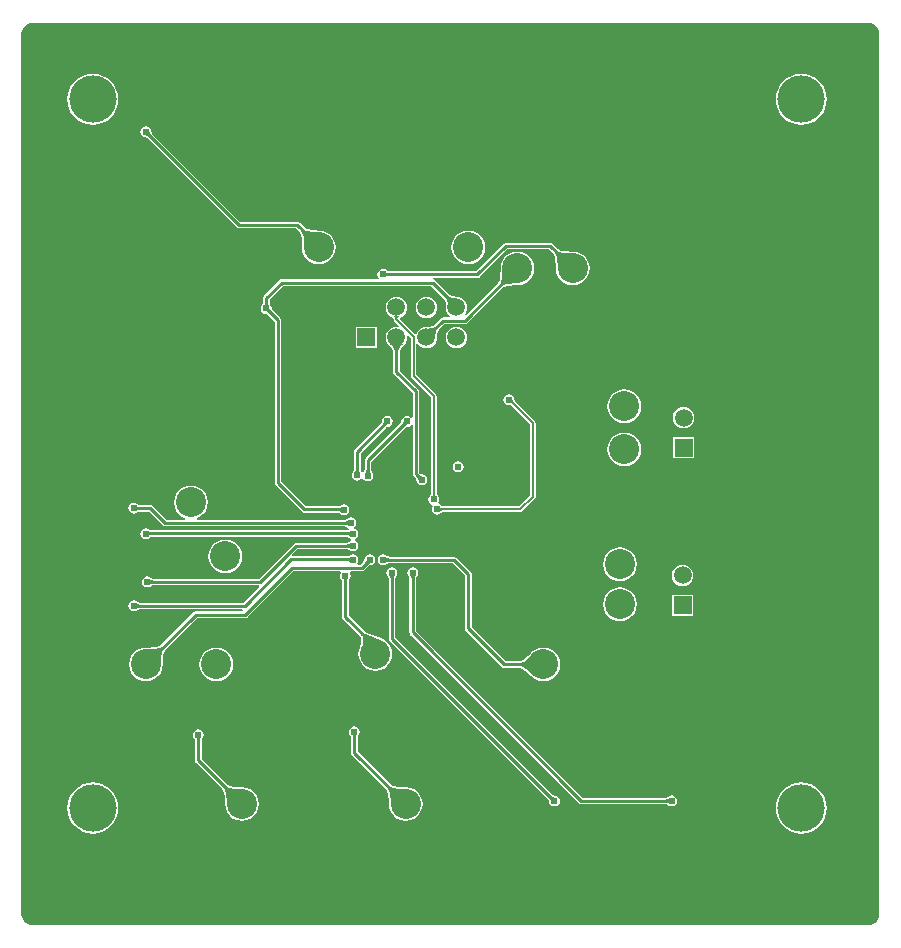
<source format=gbl>
G04*
G04 #@! TF.GenerationSoftware,Altium Limited,Altium Designer,19.1.8 (144)*
G04*
G04 Layer_Physical_Order=2*
G04 Layer_Color=16711680*
%FSLAX25Y25*%
%MOIN*%
G70*
G01*
G75*
%ADD11C,0.01000*%
%ADD64C,0.00600*%
%ADD69C,0.10000*%
%ADD70R,0.05906X0.05906*%
%ADD71C,0.05906*%
%ADD72R,0.05906X0.05906*%
%ADD73C,0.15748*%
%ADD74C,0.02400*%
G36*
X461161Y451328D02*
X461885Y451027D01*
X462537Y450592D01*
X463092Y450037D01*
X463527Y449385D01*
X463828Y448661D01*
X463980Y447892D01*
Y447500D01*
Y154500D01*
Y154108D01*
X463828Y153339D01*
X463527Y152614D01*
X463092Y151963D01*
X462537Y151408D01*
X461885Y150973D01*
X461161Y150672D01*
X460392Y150520D01*
X181608D01*
X180839Y150672D01*
X180114Y150973D01*
X179463Y151408D01*
X178908Y151963D01*
X178473Y152614D01*
X178173Y153339D01*
X178019Y154108D01*
Y154500D01*
Y447500D01*
Y447892D01*
X178173Y448661D01*
X178473Y449385D01*
X178908Y450037D01*
X179463Y450592D01*
X180114Y451027D01*
X180839Y451328D01*
X181608Y451480D01*
X460392D01*
X461161Y451328D01*
D02*
G37*
%LPC*%
G36*
X437996Y434401D02*
X436335Y434237D01*
X434737Y433753D01*
X433265Y432966D01*
X431975Y431907D01*
X430916Y430617D01*
X430129Y429144D01*
X429645Y427547D01*
X429481Y425886D01*
X429645Y424225D01*
X430129Y422627D01*
X430916Y421155D01*
X431975Y419865D01*
X433265Y418806D01*
X434737Y418019D01*
X436335Y417534D01*
X437996Y417371D01*
X439657Y417534D01*
X441255Y418019D01*
X442727Y418806D01*
X444017Y419865D01*
X445076Y421155D01*
X445863Y422627D01*
X446348Y424225D01*
X446511Y425886D01*
X446348Y427547D01*
X445863Y429144D01*
X445076Y430617D01*
X444017Y431907D01*
X442727Y432966D01*
X441255Y433753D01*
X439657Y434237D01*
X437996Y434401D01*
D02*
G37*
G36*
X201776D02*
X200114Y434237D01*
X198517Y433753D01*
X197045Y432966D01*
X195755Y431907D01*
X194696Y430617D01*
X193909Y429144D01*
X193424Y427547D01*
X193261Y425886D01*
X193424Y424225D01*
X193909Y422627D01*
X194696Y421155D01*
X195755Y419865D01*
X197045Y418806D01*
X198517Y418019D01*
X200114Y417534D01*
X201776Y417371D01*
X203437Y417534D01*
X205034Y418019D01*
X206506Y418806D01*
X207797Y419865D01*
X208856Y421155D01*
X209642Y422627D01*
X210127Y424225D01*
X210291Y425886D01*
X210127Y427547D01*
X209642Y429144D01*
X208856Y430617D01*
X207797Y431907D01*
X206506Y432966D01*
X205034Y433753D01*
X203437Y434237D01*
X201776Y434401D01*
D02*
G37*
G36*
X354302Y378122D02*
X354302Y378121D01*
X339500D01*
X339500Y378122D01*
X339071Y378036D01*
X338707Y377793D01*
X338707Y377793D01*
X329535Y368621D01*
X300391D01*
X300329Y368649D01*
X300227Y368652D01*
X300152Y368659D01*
X300087Y368669D01*
X300030Y368682D01*
X299981Y368697D01*
X299939Y368714D01*
X299904Y368732D01*
X299873Y368751D01*
X299846Y368772D01*
X299799Y368816D01*
X299735Y368840D01*
X299202Y369196D01*
X298500Y369335D01*
X297798Y369196D01*
X297202Y368798D01*
X296804Y368202D01*
X296665Y367500D01*
X296804Y366798D01*
X297056Y366422D01*
X296791Y365921D01*
X264800D01*
X264371Y365836D01*
X264007Y365593D01*
X264007Y365593D01*
X258809Y360395D01*
X258566Y360032D01*
X258481Y359602D01*
X258481Y359602D01*
Y358056D01*
X258453Y357994D01*
X258450Y357893D01*
X258444Y357818D01*
X258434Y357752D01*
X258420Y357695D01*
X258405Y357646D01*
X258388Y357605D01*
X258370Y357569D01*
X258351Y357539D01*
X258330Y357512D01*
X258287Y357464D01*
X258263Y357400D01*
X257907Y356868D01*
X257767Y356165D01*
X257907Y355463D01*
X258305Y354868D01*
X258900Y354470D01*
X259529Y354345D01*
X259591Y354316D01*
X259655Y354314D01*
X259689Y354310D01*
X259724Y354302D01*
X259762Y354289D01*
X259803Y354272D01*
X259848Y354248D01*
X259898Y354217D01*
X259951Y354178D01*
X260009Y354129D01*
X260083Y354059D01*
X260146Y354035D01*
X262379Y351803D01*
Y298000D01*
X262378Y298000D01*
X262464Y297571D01*
X262707Y297207D01*
X271466Y288447D01*
X271830Y288204D01*
X272259Y288119D01*
X272260Y288119D01*
X283448D01*
X283465Y288107D01*
X283528Y288118D01*
X283588Y288091D01*
X283687Y288088D01*
X283754Y288081D01*
X283808Y288071D01*
X283850Y288060D01*
X283880Y288048D01*
X283902Y288037D01*
X283916Y288028D01*
X283927Y288019D01*
X283936Y288009D01*
X283968Y287965D01*
X284067Y287905D01*
X284202Y287702D01*
X284798Y287304D01*
X285500Y287165D01*
X286202Y287304D01*
X286798Y287702D01*
X287196Y288298D01*
X287335Y289000D01*
X287196Y289702D01*
X286798Y290298D01*
X286202Y290696D01*
X285500Y290835D01*
X284798Y290696D01*
X284603Y290566D01*
X284486Y290546D01*
X284428Y290511D01*
X284387Y290489D01*
X284341Y290469D01*
X284289Y290450D01*
X284231Y290433D01*
X284166Y290419D01*
X284101Y290408D01*
X283921Y290392D01*
X283822Y290390D01*
X283759Y290362D01*
X272724D01*
X264621Y298465D01*
Y352268D01*
X264622Y352268D01*
X264536Y352697D01*
X264293Y353061D01*
X264293Y353061D01*
X261732Y355621D01*
X261708Y355685D01*
X261638Y355759D01*
X261590Y355816D01*
X261551Y355870D01*
X261520Y355920D01*
X261496Y355965D01*
X261478Y356006D01*
X261466Y356044D01*
X261458Y356079D01*
X261454Y356113D01*
X261451Y356177D01*
X261423Y356239D01*
X261298Y356868D01*
X260942Y357400D01*
X260918Y357464D01*
X260874Y357512D01*
X260854Y357539D01*
X260834Y357569D01*
X260816Y357605D01*
X260800Y357646D01*
X260784Y357695D01*
X260771Y357752D01*
X260761Y357818D01*
X260754Y357893D01*
X260752Y357994D01*
X260724Y358056D01*
Y359138D01*
X265265Y363679D01*
X314594D01*
X318978Y359294D01*
X318995Y359242D01*
X318999Y359239D01*
X319001Y359235D01*
X319115Y359102D01*
X319194Y358980D01*
X319266Y358829D01*
X319330Y358645D01*
X319383Y358427D01*
X319422Y358176D01*
X319445Y357900D01*
X319442Y357217D01*
X319413Y356832D01*
X319447Y356730D01*
X319417Y356500D01*
X319539Y355573D01*
X319897Y354708D01*
X320466Y353966D01*
X320854Y353669D01*
X320684Y353169D01*
X318547D01*
X318118Y353083D01*
X317754Y352840D01*
X317754Y352840D01*
X315588Y350674D01*
X315533Y350656D01*
X315405Y350545D01*
X315283Y350466D01*
X315126Y350388D01*
X314933Y350316D01*
X314704Y350251D01*
X314439Y350196D01*
X314146Y350154D01*
X313429Y350105D01*
X313025Y350102D01*
X312972Y350080D01*
X312073Y349961D01*
X311208Y349603D01*
X310466Y349034D01*
X309897Y348292D01*
X309701Y347818D01*
X309111Y347701D01*
X304276Y352536D01*
X304245Y352680D01*
X304246Y352780D01*
X304350Y353151D01*
X304495Y353223D01*
X304564Y353302D01*
X304792Y353397D01*
X305534Y353966D01*
X306103Y354708D01*
X306461Y355573D01*
X306583Y356500D01*
X306461Y357427D01*
X306103Y358292D01*
X305534Y359034D01*
X304792Y359603D01*
X303927Y359961D01*
X303000Y360083D01*
X302073Y359961D01*
X301208Y359603D01*
X300466Y359034D01*
X299897Y358292D01*
X299539Y357427D01*
X299417Y356500D01*
X299539Y355573D01*
X299897Y354708D01*
X300466Y353966D01*
X301208Y353397D01*
X301436Y353302D01*
X301505Y353223D01*
X301650Y353151D01*
X301750Y353089D01*
X301830Y353027D01*
X301892Y352966D01*
X301941Y352906D01*
X301978Y352844D01*
X302008Y352778D01*
X302030Y352703D01*
X302044Y352616D01*
X302051Y352480D01*
X302116Y352345D01*
X302152Y352163D01*
X302351Y351866D01*
X303724Y350492D01*
X303491Y350019D01*
X303000Y350083D01*
X302073Y349961D01*
X301208Y349603D01*
X300466Y349034D01*
X299897Y348292D01*
X299539Y347427D01*
X299417Y346500D01*
X299539Y345573D01*
X299897Y344708D01*
X300449Y343989D01*
X300470Y343935D01*
X300754Y343647D01*
X301227Y343106D01*
X301404Y342869D01*
X301553Y342643D01*
X301669Y342435D01*
X301754Y342247D01*
X301810Y342082D01*
X301840Y341939D01*
X301852Y341770D01*
X301878Y341719D01*
Y335000D01*
X301878Y335000D01*
X301964Y334571D01*
X302207Y334207D01*
X308379Y328035D01*
Y319829D01*
X307878Y319677D01*
X307798Y319798D01*
X307202Y320196D01*
X306500Y320335D01*
X305798Y320196D01*
X305202Y319798D01*
X304804Y319202D01*
X304691Y318631D01*
X304652Y318550D01*
X304648Y318485D01*
X304643Y318449D01*
X304634Y318412D01*
X304620Y318373D01*
X304602Y318330D01*
X304577Y318284D01*
X304544Y318233D01*
X304504Y318178D01*
X304455Y318120D01*
X304385Y318046D01*
X304361Y317982D01*
X292707Y306329D01*
X292464Y305965D01*
X292378Y305536D01*
X292378Y305536D01*
Y302341D01*
X292351Y302279D01*
X292348Y302177D01*
X292341Y302102D01*
X292331Y302036D01*
X292318Y301979D01*
X292303Y301930D01*
X292286Y301889D01*
X292268Y301854D01*
X292249Y301823D01*
X292228Y301796D01*
X292184Y301749D01*
X292161Y301685D01*
X292033Y301495D01*
X291438Y301504D01*
X291256Y301777D01*
X291232Y301841D01*
X291189Y301888D01*
X291168Y301915D01*
X291148Y301946D01*
X291130Y301981D01*
X291114Y302023D01*
X291098Y302071D01*
X291085Y302129D01*
X291075Y302194D01*
X291069Y302269D01*
X291066Y302371D01*
X291038Y302433D01*
Y307952D01*
X299456Y316370D01*
X299519Y316394D01*
X299593Y316464D01*
X299651Y316512D01*
X299705Y316552D01*
X299754Y316583D01*
X299799Y316606D01*
X299841Y316624D01*
X299879Y316636D01*
X299914Y316644D01*
X299948Y316649D01*
X300012Y316651D01*
X300074Y316679D01*
X300702Y316804D01*
X301298Y317202D01*
X301696Y317798D01*
X301835Y318500D01*
X301696Y319202D01*
X301298Y319798D01*
X300702Y320196D01*
X300000Y320335D01*
X299298Y320196D01*
X298702Y319798D01*
X298304Y319202D01*
X298179Y318574D01*
X298151Y318512D01*
X298149Y318447D01*
X298144Y318414D01*
X298136Y318378D01*
X298124Y318341D01*
X298107Y318300D01*
X298083Y318254D01*
X298052Y318205D01*
X298012Y318151D01*
X297964Y318093D01*
X297894Y318019D01*
X297870Y317956D01*
X289124Y309210D01*
X288880Y308846D01*
X288795Y308417D01*
X288795Y308417D01*
Y302433D01*
X288767Y302371D01*
X288765Y302269D01*
X288758Y302194D01*
X288748Y302129D01*
X288735Y302071D01*
X288719Y302023D01*
X288703Y301981D01*
X288685Y301946D01*
X288665Y301915D01*
X288645Y301888D01*
X288601Y301841D01*
X288577Y301777D01*
X288221Y301244D01*
X288081Y300542D01*
X288221Y299839D01*
X288619Y299244D01*
X289214Y298846D01*
X289916Y298707D01*
X290619Y298846D01*
X291214Y299244D01*
X291383Y299497D01*
X291978Y299487D01*
X292202Y299152D01*
X292798Y298754D01*
X293500Y298615D01*
X294202Y298754D01*
X294798Y299152D01*
X295196Y299747D01*
X295335Y300450D01*
X295196Y301152D01*
X294840Y301685D01*
X294816Y301749D01*
X294772Y301796D01*
X294751Y301823D01*
X294732Y301854D01*
X294714Y301889D01*
X294697Y301930D01*
X294682Y301979D01*
X294669Y302036D01*
X294659Y302102D01*
X294652Y302177D01*
X294649Y302279D01*
X294621Y302341D01*
Y305071D01*
X305930Y316380D01*
X305993Y316404D01*
X306067Y316473D01*
X306124Y316521D01*
X306177Y316559D01*
X306225Y316589D01*
X306269Y316612D01*
X306309Y316628D01*
X306345Y316639D01*
X306378Y316647D01*
X306410Y316650D01*
X306474Y316651D01*
X306509Y316667D01*
X307202Y316804D01*
X307798Y317202D01*
X307878Y317323D01*
X308379Y317171D01*
Y301025D01*
X308378Y301025D01*
X308464Y300596D01*
X308707Y300232D01*
X309370Y299569D01*
X309394Y299506D01*
X309464Y299432D01*
X309512Y299374D01*
X309552Y299320D01*
X309583Y299271D01*
X309607Y299225D01*
X309624Y299184D01*
X309636Y299146D01*
X309644Y299111D01*
X309649Y299077D01*
X309651Y299013D01*
X309679Y298951D01*
X309804Y298323D01*
X310202Y297727D01*
X310798Y297329D01*
X311500Y297190D01*
X312202Y297329D01*
X312798Y297727D01*
X313196Y298323D01*
X313335Y299025D01*
X313196Y299727D01*
X312798Y300323D01*
X312202Y300720D01*
X311574Y300846D01*
X311512Y300874D01*
X311448Y300876D01*
X311414Y300881D01*
X311379Y300889D01*
X311341Y300901D01*
X311299Y300918D01*
X311254Y300942D01*
X311205Y300973D01*
X311151Y301013D01*
X311093Y301061D01*
X311019Y301131D01*
X310956Y301155D01*
X310622Y301489D01*
Y328500D01*
X310622Y328500D01*
X310536Y328929D01*
X310293Y329293D01*
X310293Y329293D01*
X304121Y335465D01*
Y341719D01*
X304148Y341770D01*
X304160Y341939D01*
X304190Y342082D01*
X304246Y342247D01*
X304331Y342435D01*
X304447Y342643D01*
X304596Y342869D01*
X304773Y343106D01*
X305246Y343647D01*
X305530Y343935D01*
X305551Y343989D01*
X306103Y344708D01*
X306461Y345573D01*
X306583Y346500D01*
X306519Y346991D01*
X306992Y347224D01*
X307830Y346387D01*
Y333753D01*
X307899Y333402D01*
X308098Y333104D01*
X314582Y326620D01*
Y294481D01*
X314551Y294417D01*
X314548Y294352D01*
X314543Y294319D01*
X314532Y294279D01*
X314515Y294233D01*
X314490Y294180D01*
X314455Y294120D01*
X314415Y294062D01*
X314279Y293897D01*
X314194Y293810D01*
X314171Y293751D01*
X313804Y293202D01*
X313665Y292500D01*
X313804Y291798D01*
X314202Y291202D01*
X314798Y290804D01*
X314888Y290787D01*
X315118Y290231D01*
X314934Y289956D01*
X314795Y289254D01*
X314934Y288551D01*
X315332Y287956D01*
X315928Y287558D01*
X316630Y287419D01*
X317332Y287558D01*
X317881Y287925D01*
X317940Y287948D01*
X318033Y288039D01*
X318111Y288107D01*
X318183Y288163D01*
X318250Y288209D01*
X318310Y288243D01*
X318363Y288269D01*
X318409Y288286D01*
X318448Y288296D01*
X318482Y288302D01*
X318547Y288305D01*
X318611Y288336D01*
X344307D01*
X344658Y288406D01*
X344955Y288605D01*
X349149Y292798D01*
X349348Y293096D01*
X349418Y293447D01*
Y318000D01*
X349348Y318351D01*
X349149Y318649D01*
X342629Y325169D01*
X342605Y325237D01*
X342563Y325284D01*
X342539Y325315D01*
X342513Y325358D01*
X342485Y325413D01*
X342456Y325480D01*
X342428Y325560D01*
X342403Y325646D01*
X342352Y325882D01*
X342331Y326015D01*
X342261Y326132D01*
X342196Y326459D01*
X341798Y327055D01*
X341202Y327452D01*
X340500Y327592D01*
X339798Y327452D01*
X339202Y327055D01*
X338804Y326459D01*
X338665Y325757D01*
X338804Y325055D01*
X339202Y324459D01*
X339798Y324061D01*
X340500Y323922D01*
X340664Y323954D01*
X340764Y323927D01*
X340881Y323941D01*
X340968Y323946D01*
X341043Y323945D01*
X341106Y323939D01*
X341157Y323930D01*
X341198Y323918D01*
X341231Y323904D01*
X341257Y323890D01*
X341280Y323873D01*
X341330Y323829D01*
X341360Y323819D01*
X341376Y323791D01*
X341423Y323780D01*
X347582Y317620D01*
Y293827D01*
X343927Y290171D01*
X318611D01*
X318547Y290202D01*
X318482Y290206D01*
X318448Y290211D01*
X318409Y290222D01*
X318363Y290239D01*
X318310Y290264D01*
X318250Y290299D01*
X318192Y290338D01*
X318026Y290475D01*
X317940Y290559D01*
X317881Y290583D01*
X317332Y290949D01*
X317242Y290967D01*
X317012Y291523D01*
X317196Y291798D01*
X317335Y292500D01*
X317196Y293202D01*
X316829Y293751D01*
X316806Y293810D01*
X316715Y293903D01*
X316647Y293981D01*
X316590Y294054D01*
X316545Y294120D01*
X316510Y294180D01*
X316485Y294233D01*
X316468Y294279D01*
X316457Y294319D01*
X316452Y294352D01*
X316448Y294417D01*
X316418Y294481D01*
Y327000D01*
X316348Y327351D01*
X316149Y327649D01*
X309665Y334133D01*
Y344189D01*
X310165Y344359D01*
X310466Y343966D01*
X311208Y343397D01*
X312073Y343039D01*
X313000Y342917D01*
X313927Y343039D01*
X314792Y343397D01*
X315534Y343966D01*
X316103Y344708D01*
X316461Y345573D01*
X316580Y346472D01*
X316602Y346525D01*
X316605Y346929D01*
X316654Y347646D01*
X316696Y347939D01*
X316751Y348204D01*
X316816Y348433D01*
X316888Y348626D01*
X316966Y348783D01*
X317045Y348905D01*
X317156Y349033D01*
X317174Y349088D01*
X319012Y350926D01*
X325899D01*
X325899Y350926D01*
X326328Y351011D01*
X326692Y351254D01*
X338434Y362997D01*
X338485Y363012D01*
X338682Y363174D01*
X338902Y363302D01*
X339200Y363426D01*
X339573Y363541D01*
X340021Y363641D01*
X340527Y363722D01*
X342522Y363855D01*
X343310Y363857D01*
X343323Y363863D01*
X343358Y363858D01*
X344820Y364050D01*
X346182Y364615D01*
X347352Y365512D01*
X348250Y366682D01*
X348814Y368044D01*
X349006Y369506D01*
X348814Y370968D01*
X348250Y372330D01*
X347352Y373500D01*
X346182Y374398D01*
X344820Y374962D01*
X343358Y375155D01*
X341896Y374962D01*
X340534Y374398D01*
X339364Y373500D01*
X338466Y372330D01*
X337902Y370968D01*
X337710Y369506D01*
X337714Y369471D01*
X337709Y369458D01*
X337706Y368659D01*
X337683Y367941D01*
X337575Y366682D01*
X337493Y366169D01*
X337393Y365722D01*
X337278Y365348D01*
X337153Y365051D01*
X337026Y364831D01*
X336864Y364633D01*
X336848Y364583D01*
X326179Y353913D01*
X326122Y353912D01*
X325870Y354404D01*
X326103Y354708D01*
X326461Y355573D01*
X326583Y356500D01*
X326461Y357427D01*
X326103Y358292D01*
X325534Y359034D01*
X324792Y359603D01*
X323927Y359961D01*
X323397Y360031D01*
X323283Y360091D01*
X322854Y360130D01*
X322475Y360176D01*
X321797Y360300D01*
X321527Y360370D01*
X321288Y360447D01*
X321088Y360529D01*
X320928Y360612D01*
X320807Y360691D01*
X320686Y360796D01*
X320630Y360814D01*
X315852Y365593D01*
X315488Y365836D01*
X315275Y365879D01*
X315324Y366378D01*
X330000D01*
X330000Y366378D01*
X330429Y366464D01*
X330793Y366707D01*
X339965Y375879D01*
X353837D01*
X355286Y374430D01*
X355301Y374379D01*
X355463Y374182D01*
X355591Y373962D01*
X355715Y373664D01*
X355830Y373291D01*
X355930Y372843D01*
X356011Y372337D01*
X356144Y370342D01*
X356146Y369554D01*
X356152Y369541D01*
X356147Y369506D01*
X356339Y368044D01*
X356904Y366682D01*
X357801Y365512D01*
X358971Y364615D01*
X360333Y364050D01*
X361795Y363858D01*
X363257Y364050D01*
X364619Y364615D01*
X365789Y365512D01*
X366687Y366682D01*
X367251Y368044D01*
X367444Y369506D01*
X367251Y370968D01*
X366687Y372330D01*
X365789Y373500D01*
X364619Y374398D01*
X363257Y374962D01*
X361795Y375155D01*
X361760Y375150D01*
X361747Y375155D01*
X360948Y375158D01*
X360230Y375181D01*
X358970Y375290D01*
X358458Y375372D01*
X358011Y375472D01*
X357637Y375586D01*
X357340Y375711D01*
X357120Y375838D01*
X356922Y376001D01*
X356872Y376016D01*
X355095Y377793D01*
X354731Y378036D01*
X354302Y378122D01*
D02*
G37*
G36*
X327000Y382148D02*
X325538Y381956D01*
X324176Y381392D01*
X323006Y380494D01*
X322108Y379324D01*
X321544Y377962D01*
X321352Y376500D01*
X321544Y375038D01*
X322108Y373676D01*
X323006Y372506D01*
X324176Y371608D01*
X325538Y371044D01*
X327000Y370852D01*
X328462Y371044D01*
X329824Y371608D01*
X330994Y372506D01*
X331892Y373676D01*
X332456Y375038D01*
X332648Y376500D01*
X332456Y377962D01*
X331892Y379324D01*
X330994Y380494D01*
X329824Y381392D01*
X328462Y381956D01*
X327000Y382148D01*
D02*
G37*
G36*
X219500Y416835D02*
X218798Y416696D01*
X218202Y416298D01*
X217804Y415702D01*
X217665Y415000D01*
X217804Y414298D01*
X218202Y413702D01*
X218798Y413304D01*
X219426Y413179D01*
X219488Y413151D01*
X219552Y413149D01*
X219586Y413144D01*
X219621Y413136D01*
X219659Y413124D01*
X219701Y413106D01*
X219746Y413083D01*
X219795Y413052D01*
X219849Y413012D01*
X219907Y412964D01*
X219981Y412894D01*
X220044Y412870D01*
X249707Y383207D01*
X250071Y382964D01*
X250500Y382878D01*
X250500Y382878D01*
X269535D01*
X270795Y381618D01*
X270811Y381568D01*
X270980Y381363D01*
X271108Y381140D01*
X271229Y380846D01*
X271335Y380478D01*
X271422Y380040D01*
X271485Y379548D01*
X271533Y377602D01*
X271497Y376837D01*
X271523Y376765D01*
X271488Y376500D01*
X271681Y375038D01*
X272245Y373676D01*
X273143Y372506D01*
X274312Y371608D01*
X275675Y371044D01*
X277137Y370852D01*
X278598Y371044D01*
X279961Y371608D01*
X281131Y372506D01*
X282028Y373676D01*
X282593Y375038D01*
X282785Y376500D01*
X282593Y377962D01*
X282028Y379324D01*
X281131Y380494D01*
X279961Y381392D01*
X278598Y381956D01*
X277464Y382105D01*
X277386Y382144D01*
X275815Y382246D01*
X274530Y382408D01*
X274006Y382508D01*
X273550Y382622D01*
X273171Y382745D01*
X272872Y382874D01*
X272656Y382999D01*
X272467Y383154D01*
X272417Y383169D01*
X270793Y384793D01*
X270429Y385036D01*
X270000Y385122D01*
X270000Y385121D01*
X250965D01*
X221630Y414456D01*
X221606Y414519D01*
X221536Y414593D01*
X221488Y414651D01*
X221448Y414705D01*
X221417Y414754D01*
X221393Y414799D01*
X221376Y414841D01*
X221364Y414879D01*
X221356Y414914D01*
X221351Y414948D01*
X221349Y415012D01*
X221321Y415074D01*
X221196Y415702D01*
X220798Y416298D01*
X220202Y416696D01*
X219500Y416835D01*
D02*
G37*
G36*
X313000Y360083D02*
X312073Y359961D01*
X311208Y359603D01*
X310466Y359034D01*
X309897Y358292D01*
X309539Y357427D01*
X309417Y356500D01*
X309539Y355573D01*
X309897Y354708D01*
X310466Y353966D01*
X311208Y353397D01*
X312073Y353039D01*
X313000Y352917D01*
X313927Y353039D01*
X314792Y353397D01*
X315534Y353966D01*
X316103Y354708D01*
X316461Y355573D01*
X316583Y356500D01*
X316461Y357427D01*
X316103Y358292D01*
X315534Y359034D01*
X314792Y359603D01*
X313927Y359961D01*
X313000Y360083D01*
D02*
G37*
G36*
X296553Y350053D02*
X289447D01*
Y342947D01*
X296553D01*
Y350053D01*
D02*
G37*
G36*
X323000Y350083D02*
X322073Y349961D01*
X321208Y349603D01*
X320466Y349034D01*
X319897Y348292D01*
X319539Y347427D01*
X319417Y346500D01*
X319539Y345573D01*
X319897Y344708D01*
X320466Y343966D01*
X321208Y343397D01*
X322073Y343039D01*
X323000Y342917D01*
X323927Y343039D01*
X324792Y343397D01*
X325534Y343966D01*
X326103Y344708D01*
X326461Y345573D01*
X326583Y346500D01*
X326461Y347427D01*
X326103Y348292D01*
X325534Y349034D01*
X324792Y349603D01*
X323927Y349961D01*
X323000Y350083D01*
D02*
G37*
G36*
X379000Y329209D02*
X377538Y329017D01*
X376176Y328452D01*
X375006Y327555D01*
X374108Y326385D01*
X373544Y325023D01*
X373352Y323561D01*
X373544Y322099D01*
X374108Y320737D01*
X375006Y319567D01*
X376176Y318669D01*
X377538Y318105D01*
X379000Y317912D01*
X380462Y318105D01*
X381824Y318669D01*
X382994Y319567D01*
X383892Y320737D01*
X384456Y322099D01*
X384648Y323561D01*
X384456Y325023D01*
X383892Y326385D01*
X382994Y327555D01*
X381824Y328452D01*
X380462Y329017D01*
X379000Y329209D01*
D02*
G37*
G36*
X398727Y323336D02*
X397800Y323214D01*
X396936Y322856D01*
X396194Y322287D01*
X395624Y321545D01*
X395266Y320680D01*
X395144Y319753D01*
X395266Y318825D01*
X395624Y317961D01*
X396194Y317219D01*
X396936Y316650D01*
X397800Y316291D01*
X398727Y316169D01*
X399655Y316291D01*
X400519Y316650D01*
X401261Y317219D01*
X401831Y317961D01*
X402189Y318825D01*
X402311Y319753D01*
X402189Y320680D01*
X401831Y321545D01*
X401261Y322287D01*
X400519Y322856D01*
X399655Y323214D01*
X398727Y323336D01*
D02*
G37*
G36*
X402280Y313305D02*
X395175D01*
Y306200D01*
X402280D01*
Y313305D01*
D02*
G37*
G36*
X379000Y314817D02*
X377538Y314625D01*
X376176Y314060D01*
X375006Y313163D01*
X374108Y311993D01*
X373544Y310631D01*
X373352Y309169D01*
X373544Y307707D01*
X374108Y306345D01*
X375006Y305175D01*
X376176Y304277D01*
X377538Y303713D01*
X379000Y303521D01*
X380462Y303713D01*
X381824Y304277D01*
X382994Y305175D01*
X383892Y306345D01*
X384456Y307707D01*
X384648Y309169D01*
X384456Y310631D01*
X383892Y311993D01*
X382994Y313163D01*
X381824Y314060D01*
X380462Y314625D01*
X379000Y314817D01*
D02*
G37*
G36*
X323641Y305245D02*
X322939Y305105D01*
X322343Y304707D01*
X321946Y304112D01*
X321806Y303410D01*
X321946Y302707D01*
X322343Y302112D01*
X322939Y301714D01*
X323641Y301574D01*
X324343Y301714D01*
X324939Y302112D01*
X325337Y302707D01*
X325476Y303410D01*
X325337Y304112D01*
X324939Y304707D01*
X324343Y305105D01*
X323641Y305245D01*
D02*
G37*
G36*
X234500Y297148D02*
X233038Y296956D01*
X231676Y296392D01*
X230506Y295494D01*
X229608Y294324D01*
X229044Y292962D01*
X228852Y291500D01*
X229044Y290038D01*
X229608Y288676D01*
X230506Y287506D01*
X231676Y286608D01*
X232536Y286252D01*
X232436Y285752D01*
X226334D01*
X221732Y290354D01*
X221369Y290597D01*
X220939Y290682D01*
X220939Y290682D01*
X217330D01*
X217268Y290710D01*
X217167Y290713D01*
X217092Y290719D01*
X217026Y290729D01*
X216969Y290742D01*
X216920Y290758D01*
X216879Y290774D01*
X216843Y290792D01*
X216813Y290812D01*
X216786Y290832D01*
X216738Y290876D01*
X216675Y290900D01*
X216142Y291256D01*
X215439Y291396D01*
X214737Y291256D01*
X214142Y290858D01*
X213744Y290263D01*
X213604Y289561D01*
X213744Y288858D01*
X214142Y288263D01*
X214737Y287865D01*
X215439Y287725D01*
X216142Y287865D01*
X216675Y288221D01*
X216738Y288245D01*
X216786Y288289D01*
X216813Y288309D01*
X216843Y288329D01*
X216879Y288347D01*
X216920Y288363D01*
X216969Y288379D01*
X217026Y288392D01*
X217092Y288402D01*
X217167Y288409D01*
X217268Y288411D01*
X217330Y288439D01*
X220475D01*
X225076Y283838D01*
X225076Y283838D01*
X225440Y283594D01*
X225869Y283509D01*
X225869Y283509D01*
X285913Y283509D01*
X285975Y283482D01*
X286077Y283479D01*
X286154Y283472D01*
X286222Y283462D01*
X286282Y283449D01*
X286334Y283434D01*
X286379Y283416D01*
X286418Y283398D01*
X286451Y283378D01*
X286482Y283356D01*
X286531Y283313D01*
X286629Y283280D01*
X287034Y283010D01*
X287115Y282786D01*
X287170Y282483D01*
X287168Y282452D01*
X287065Y282358D01*
X286980Y282351D01*
X286877Y282349D01*
X286813Y282322D01*
X221282D01*
X221224Y282349D01*
X221012Y282359D01*
X220943Y282367D01*
X220874Y282379D01*
X220811Y282394D01*
X220755Y282412D01*
X220705Y282431D01*
X220661Y282451D01*
X220622Y282473D01*
X220566Y282511D01*
X220441Y282536D01*
X220202Y282696D01*
X219500Y282835D01*
X218798Y282696D01*
X218202Y282298D01*
X217804Y281702D01*
X217665Y281000D01*
X217804Y280298D01*
X218202Y279702D01*
X218798Y279304D01*
X219500Y279165D01*
X220202Y279304D01*
X220798Y279702D01*
X220905Y279863D01*
X220997Y279915D01*
X221031Y279959D01*
X221043Y279971D01*
X221058Y279983D01*
X221076Y279994D01*
X221101Y280006D01*
X221134Y280019D01*
X221179Y280031D01*
X221235Y280041D01*
X221303Y280048D01*
X221402Y280051D01*
X221450Y280072D01*
X221501Y280062D01*
X221527Y280079D01*
X286491D01*
X286551Y280051D01*
X286651Y280048D01*
X286716Y280041D01*
X286766Y280031D01*
X286803Y280021D01*
X286826Y280011D01*
X286840Y280004D01*
X286846Y279999D01*
X286849Y279996D01*
X286852Y279993D01*
X286878Y279952D01*
X286980Y279880D01*
X287182Y279577D01*
X287752Y279196D01*
X287788Y278934D01*
X287789Y278903D01*
X287763Y278672D01*
X287265Y278340D01*
X287201Y278316D01*
X287154Y278272D01*
X287127Y278251D01*
X287096Y278232D01*
X287061Y278214D01*
X287019Y278197D01*
X286970Y278182D01*
X286913Y278169D01*
X286847Y278159D01*
X286773Y278152D01*
X286671Y278149D01*
X286609Y278121D01*
X269500D01*
X269071Y278036D01*
X268707Y277793D01*
X268707Y277793D01*
X257035Y266122D01*
X221891D01*
X221829Y266149D01*
X221727Y266152D01*
X221653Y266159D01*
X221587Y266169D01*
X221530Y266182D01*
X221481Y266197D01*
X221439Y266214D01*
X221404Y266232D01*
X221373Y266251D01*
X221346Y266272D01*
X221299Y266316D01*
X221235Y266339D01*
X220702Y266696D01*
X220000Y266835D01*
X219298Y266696D01*
X218702Y266298D01*
X218304Y265702D01*
X218165Y265000D01*
X218304Y264298D01*
X218702Y263702D01*
X219298Y263304D01*
X220000Y263165D01*
X220702Y263304D01*
X221235Y263661D01*
X221299Y263684D01*
X221346Y263728D01*
X221373Y263749D01*
X221404Y263768D01*
X221439Y263786D01*
X221481Y263803D01*
X221530Y263818D01*
X221587Y263831D01*
X221653Y263841D01*
X221727Y263848D01*
X221829Y263851D01*
X221891Y263878D01*
X257085D01*
X257292Y263379D01*
X252035Y258121D01*
X217391D01*
X217329Y258149D01*
X217227Y258152D01*
X217153Y258159D01*
X217087Y258169D01*
X217030Y258182D01*
X216981Y258197D01*
X216939Y258214D01*
X216904Y258232D01*
X216873Y258251D01*
X216846Y258272D01*
X216799Y258316D01*
X216735Y258340D01*
X216202Y258696D01*
X215500Y258835D01*
X214798Y258696D01*
X214202Y258298D01*
X213804Y257702D01*
X213665Y257000D01*
X213804Y256298D01*
X214202Y255702D01*
X214798Y255304D01*
X215500Y255165D01*
X216202Y255304D01*
X216735Y255661D01*
X216799Y255684D01*
X216846Y255728D01*
X216873Y255749D01*
X216904Y255768D01*
X216939Y255786D01*
X216981Y255803D01*
X217030Y255818D01*
X217087Y255831D01*
X217153Y255841D01*
X217227Y255848D01*
X217329Y255851D01*
X217391Y255878D01*
X251642D01*
X251909Y255379D01*
X251812Y255233D01*
X236111D01*
X236111Y255233D01*
X235682Y255147D01*
X235318Y254904D01*
X235318Y254904D01*
X224424Y244010D01*
X224373Y243994D01*
X224176Y243832D01*
X223956Y243705D01*
X223658Y243580D01*
X223285Y243465D01*
X222837Y243365D01*
X222331Y243285D01*
X220336Y243151D01*
X219548Y243149D01*
X219535Y243144D01*
X219500Y243148D01*
X218038Y242956D01*
X216676Y242392D01*
X215506Y241494D01*
X214608Y240324D01*
X214044Y238962D01*
X213852Y237500D01*
X214044Y236038D01*
X214608Y234676D01*
X215506Y233506D01*
X216676Y232608D01*
X218038Y232044D01*
X219500Y231852D01*
X220962Y232044D01*
X222324Y232608D01*
X223494Y233506D01*
X224392Y234676D01*
X224956Y236038D01*
X225148Y237500D01*
X225144Y237535D01*
X225149Y237548D01*
X225151Y238347D01*
X225175Y239065D01*
X225284Y240325D01*
X225365Y240837D01*
X225465Y241285D01*
X225580Y241658D01*
X225705Y241956D01*
X225832Y242176D01*
X225994Y242373D01*
X226010Y242424D01*
X236576Y252990D01*
X252611D01*
X252611Y252990D01*
X253040Y253075D01*
X253404Y253318D01*
X268665Y268579D01*
X284291D01*
X284556Y268078D01*
X284304Y267702D01*
X284165Y267000D01*
X284304Y266298D01*
X284661Y265765D01*
X284684Y265701D01*
X284728Y265654D01*
X284749Y265627D01*
X284768Y265596D01*
X284786Y265561D01*
X284803Y265519D01*
X284818Y265470D01*
X284831Y265413D01*
X284841Y265348D01*
X284848Y265273D01*
X284851Y265171D01*
X284878Y265109D01*
Y253469D01*
X284878Y253468D01*
X284964Y253039D01*
X285207Y252676D01*
X290820Y247062D01*
X290836Y247010D01*
X291030Y246778D01*
X291153Y246560D01*
X291246Y246299D01*
X291305Y245989D01*
X291326Y245625D01*
X291303Y245207D01*
X291234Y244736D01*
X291115Y244214D01*
X290946Y243643D01*
X290721Y243010D01*
X290726Y242901D01*
X290544Y242462D01*
X290352Y241000D01*
X290544Y239538D01*
X291108Y238176D01*
X292006Y237006D01*
X293176Y236108D01*
X294538Y235544D01*
X296000Y235352D01*
X297462Y235544D01*
X298824Y236108D01*
X299994Y237006D01*
X300892Y238176D01*
X301456Y239538D01*
X301648Y241000D01*
X301456Y242462D01*
X300892Y243824D01*
X299994Y244994D01*
X298824Y245892D01*
X298017Y246226D01*
X297925Y246311D01*
X297924Y246311D01*
X297923Y246312D01*
X295326Y247270D01*
X293195Y248126D01*
X292924Y248253D01*
X292768Y248337D01*
X292687Y248395D01*
X292651Y248404D01*
X287122Y253933D01*
Y265109D01*
X287149Y265171D01*
X287152Y265273D01*
X287159Y265348D01*
X287169Y265413D01*
X287182Y265470D01*
X287197Y265519D01*
X287214Y265561D01*
X287232Y265596D01*
X287251Y265627D01*
X287272Y265654D01*
X287316Y265701D01*
X287339Y265765D01*
X287696Y266298D01*
X287835Y267000D01*
X287696Y267702D01*
X287477Y268029D01*
X287745Y268529D01*
X291412D01*
X291412Y268529D01*
X291842Y268614D01*
X292205Y268857D01*
X293568Y270220D01*
X293632Y270244D01*
X293706Y270314D01*
X293763Y270363D01*
X293817Y270402D01*
X293867Y270433D01*
X293912Y270457D01*
X293953Y270474D01*
X293991Y270487D01*
X294026Y270495D01*
X294060Y270499D01*
X294124Y270501D01*
X294186Y270530D01*
X294815Y270655D01*
X295410Y271053D01*
X295808Y271648D01*
X295948Y272350D01*
X295808Y273053D01*
X295410Y273648D01*
X294815Y274046D01*
X294112Y274186D01*
X293410Y274046D01*
X292815Y273648D01*
X292417Y273053D01*
X292292Y272424D01*
X292263Y272362D01*
X292261Y272298D01*
X292257Y272264D01*
X292249Y272229D01*
X292236Y272191D01*
X292219Y272150D01*
X292195Y272105D01*
X292164Y272055D01*
X292125Y272001D01*
X292076Y271944D01*
X292006Y271870D01*
X291982Y271806D01*
X290948Y270772D01*
X290189D01*
X289924Y271272D01*
X290176Y271648D01*
X290315Y272350D01*
X290176Y273053D01*
X289778Y273648D01*
X289182Y274046D01*
X288480Y274186D01*
X287778Y274046D01*
X287479Y273846D01*
X287352Y273816D01*
X287297Y273776D01*
X287261Y273753D01*
X287220Y273732D01*
X287173Y273713D01*
X287121Y273696D01*
X287061Y273680D01*
X287004Y273669D01*
X286831Y273652D01*
X286735Y273649D01*
X286673Y273622D01*
X268415D01*
X268208Y274121D01*
X269965Y275879D01*
X286609D01*
X286671Y275851D01*
X286773Y275848D01*
X286847Y275841D01*
X286913Y275831D01*
X286970Y275818D01*
X287019Y275803D01*
X287061Y275786D01*
X287096Y275768D01*
X287127Y275749D01*
X287154Y275728D01*
X287201Y275684D01*
X287265Y275660D01*
X287798Y275304D01*
X288500Y275165D01*
X289202Y275304D01*
X289798Y275702D01*
X290196Y276298D01*
X290335Y277000D01*
X290196Y277702D01*
X289798Y278298D01*
X289228Y278678D01*
X289192Y278941D01*
X289191Y278972D01*
X289217Y279202D01*
X289778Y279577D01*
X290176Y280172D01*
X290315Y280875D01*
X290176Y281577D01*
X289778Y282172D01*
X289182Y282570D01*
X288866Y282633D01*
X288761Y283164D01*
X289080Y283377D01*
X289477Y283973D01*
X289617Y284675D01*
X289477Y285377D01*
X289080Y285972D01*
X288484Y286370D01*
X287782Y286510D01*
X287080Y286370D01*
X286484Y285972D01*
X286475Y285959D01*
X286436Y285943D01*
X286392Y285898D01*
X286368Y285879D01*
X286341Y285861D01*
X286309Y285844D01*
X286271Y285828D01*
X286225Y285813D01*
X286171Y285800D01*
X286107Y285789D01*
X286034Y285783D01*
X285933Y285780D01*
X285929Y285778D01*
X285926Y285780D01*
X285866Y285752D01*
X236564Y285752D01*
X236464Y286252D01*
X237324Y286608D01*
X238494Y287506D01*
X239392Y288676D01*
X239956Y290038D01*
X240148Y291500D01*
X239956Y292962D01*
X239392Y294324D01*
X238494Y295494D01*
X237324Y296392D01*
X235962Y296956D01*
X234500Y297148D01*
D02*
G37*
G36*
X246000Y279148D02*
X244538Y278956D01*
X243176Y278392D01*
X242006Y277494D01*
X241108Y276324D01*
X240544Y274962D01*
X240352Y273500D01*
X240544Y272038D01*
X241108Y270676D01*
X242006Y269506D01*
X243176Y268608D01*
X244538Y268044D01*
X246000Y267852D01*
X247462Y268044D01*
X248824Y268608D01*
X249994Y269506D01*
X250892Y270676D01*
X251456Y272038D01*
X251648Y273500D01*
X251456Y274962D01*
X250892Y276324D01*
X249994Y277494D01*
X248824Y278392D01*
X247462Y278956D01*
X246000Y279148D01*
D02*
G37*
G36*
X377500Y276554D02*
X376038Y276361D01*
X374676Y275797D01*
X373506Y274900D01*
X372608Y273730D01*
X372044Y272367D01*
X371852Y270905D01*
X372044Y269444D01*
X372608Y268081D01*
X373506Y266912D01*
X374676Y266014D01*
X376038Y265450D01*
X377500Y265257D01*
X378962Y265450D01*
X380324Y266014D01*
X381494Y266912D01*
X382392Y268081D01*
X382956Y269444D01*
X383148Y270905D01*
X382956Y272367D01*
X382392Y273730D01*
X381494Y274900D01*
X380324Y275797D01*
X378962Y276361D01*
X377500Y276554D01*
D02*
G37*
G36*
X398421Y270799D02*
X397493Y270677D01*
X396629Y270319D01*
X395887Y269750D01*
X395317Y269007D01*
X394959Y268143D01*
X394837Y267216D01*
X394959Y266288D01*
X395317Y265424D01*
X395887Y264682D01*
X396629Y264112D01*
X397493Y263755D01*
X398421Y263632D01*
X399348Y263755D01*
X400212Y264112D01*
X400955Y264682D01*
X401524Y265424D01*
X401882Y266288D01*
X402004Y267216D01*
X401882Y268143D01*
X401524Y269007D01*
X400955Y269750D01*
X400212Y270319D01*
X399348Y270677D01*
X398421Y270799D01*
D02*
G37*
G36*
X401973Y260769D02*
X394868D01*
Y253663D01*
X401973D01*
Y260769D01*
D02*
G37*
G36*
X377500Y263172D02*
X376038Y262980D01*
X374676Y262416D01*
X373506Y261518D01*
X372608Y260348D01*
X372044Y258986D01*
X371852Y257524D01*
X372044Y256062D01*
X372608Y254700D01*
X373506Y253530D01*
X374676Y252632D01*
X376038Y252068D01*
X377500Y251876D01*
X378962Y252068D01*
X380324Y252632D01*
X381494Y253530D01*
X382392Y254700D01*
X382956Y256062D01*
X383148Y257524D01*
X382956Y258986D01*
X382392Y260348D01*
X381494Y261518D01*
X380324Y262416D01*
X378962Y262980D01*
X377500Y263172D01*
D02*
G37*
G36*
X298621Y274186D02*
X297919Y274046D01*
X297323Y273648D01*
X296925Y273053D01*
X296786Y272350D01*
X296925Y271648D01*
X297323Y271053D01*
X297919Y270655D01*
X298621Y270515D01*
X299323Y270655D01*
X299856Y271011D01*
X299920Y271035D01*
X299967Y271078D01*
X299994Y271099D01*
X300025Y271118D01*
X300060Y271136D01*
X300101Y271153D01*
X300150Y271168D01*
X300207Y271182D01*
X300273Y271192D01*
X300348Y271198D01*
X300450Y271201D01*
X300512Y271229D01*
X321747D01*
X325879Y267097D01*
Y249500D01*
X325878Y249500D01*
X325964Y249071D01*
X326207Y248707D01*
X338207Y236707D01*
X338207Y236707D01*
X338571Y236464D01*
X339000Y236379D01*
X343916D01*
X343962Y236354D01*
X344216Y236329D01*
X344462Y236263D01*
X344760Y236141D01*
X345106Y235958D01*
X345493Y235712D01*
X345908Y235412D01*
X347413Y234095D01*
X347971Y233539D01*
X347985Y233534D01*
X348006Y233506D01*
X349176Y232608D01*
X350538Y232044D01*
X352000Y231852D01*
X353462Y232044D01*
X354824Y232608D01*
X355994Y233506D01*
X356892Y234676D01*
X357456Y236038D01*
X357648Y237500D01*
X357456Y238962D01*
X356892Y240324D01*
X355994Y241494D01*
X354824Y242392D01*
X353462Y242956D01*
X352000Y243148D01*
X350538Y242956D01*
X349176Y242392D01*
X348006Y241494D01*
X347985Y241466D01*
X347971Y241461D01*
X347405Y240897D01*
X346881Y240406D01*
X345913Y239592D01*
X345493Y239288D01*
X345106Y239042D01*
X344760Y238859D01*
X344462Y238737D01*
X344216Y238671D01*
X343962Y238646D01*
X343916Y238621D01*
X339465D01*
X328121Y249965D01*
Y267562D01*
X328122Y267562D01*
X328036Y267991D01*
X327793Y268355D01*
X327793Y268355D01*
X323004Y273143D01*
X322640Y273387D01*
X322211Y273472D01*
X322211Y273472D01*
X300512D01*
X300450Y273500D01*
X300348Y273502D01*
X300273Y273509D01*
X300207Y273519D01*
X300150Y273532D01*
X300102Y273548D01*
X300060Y273564D01*
X300025Y273582D01*
X299994Y273602D01*
X299967Y273622D01*
X299920Y273666D01*
X299856Y273690D01*
X299323Y274046D01*
X298621Y274186D01*
D02*
G37*
G36*
X243000Y243148D02*
X241538Y242956D01*
X240176Y242392D01*
X239006Y241494D01*
X238108Y240324D01*
X237544Y238962D01*
X237352Y237500D01*
X237544Y236038D01*
X238108Y234676D01*
X239006Y233506D01*
X240176Y232608D01*
X241538Y232044D01*
X243000Y231852D01*
X244462Y232044D01*
X245824Y232608D01*
X246994Y233506D01*
X247892Y234676D01*
X248456Y236038D01*
X248648Y237500D01*
X248456Y238962D01*
X247892Y240324D01*
X246994Y241494D01*
X245824Y242392D01*
X244462Y242956D01*
X243000Y243148D01*
D02*
G37*
G36*
X308429Y269881D02*
X307726Y269742D01*
X307131Y269344D01*
X306733Y268748D01*
X306593Y268046D01*
X306733Y267344D01*
X307089Y266811D01*
X307113Y266747D01*
X307157Y266700D01*
X307177Y266673D01*
X307197Y266642D01*
X307215Y266607D01*
X307231Y266565D01*
X307247Y266516D01*
X307260Y266459D01*
X307270Y266393D01*
X307277Y266319D01*
X307279Y266217D01*
X307307Y266155D01*
Y248246D01*
X307307Y248246D01*
X307392Y247816D01*
X307635Y247452D01*
X363881Y191207D01*
X364245Y190964D01*
X364674Y190878D01*
X364674Y190878D01*
X392840D01*
X392901Y190851D01*
X393003Y190848D01*
X393078Y190841D01*
X393144Y190831D01*
X393201Y190818D01*
X393250Y190803D01*
X393291Y190786D01*
X393326Y190768D01*
X393357Y190749D01*
X393384Y190728D01*
X393431Y190684D01*
X393495Y190661D01*
X394028Y190304D01*
X394730Y190165D01*
X395433Y190304D01*
X396028Y190702D01*
X396426Y191298D01*
X396566Y192000D01*
X396426Y192702D01*
X396028Y193298D01*
X395433Y193696D01*
X394730Y193835D01*
X394028Y193696D01*
X393495Y193340D01*
X393431Y193316D01*
X393384Y193272D01*
X393357Y193251D01*
X393326Y193232D01*
X393291Y193214D01*
X393250Y193197D01*
X393201Y193182D01*
X393144Y193169D01*
X393078Y193159D01*
X393003Y193152D01*
X392901Y193149D01*
X392840Y193122D01*
X365139D01*
X309550Y248710D01*
Y266155D01*
X309578Y266217D01*
X309581Y266319D01*
X309587Y266393D01*
X309597Y266459D01*
X309611Y266516D01*
X309626Y266565D01*
X309643Y266607D01*
X309661Y266642D01*
X309680Y266673D01*
X309700Y266700D01*
X309744Y266747D01*
X309768Y266811D01*
X310124Y267344D01*
X310264Y268046D01*
X310124Y268748D01*
X309726Y269344D01*
X309131Y269742D01*
X308429Y269881D01*
D02*
G37*
G36*
X301532D02*
X300829Y269742D01*
X300234Y269344D01*
X299836Y268748D01*
X299696Y268046D01*
X299836Y267344D01*
X300192Y266811D01*
X300216Y266747D01*
X300260Y266700D01*
X300280Y266673D01*
X300300Y266642D01*
X300318Y266607D01*
X300334Y266565D01*
X300350Y266516D01*
X300363Y266459D01*
X300373Y266393D01*
X300379Y266319D01*
X300382Y266217D01*
X300410Y266155D01*
Y246150D01*
X300410Y246150D01*
X300495Y245721D01*
X300738Y245357D01*
X353557Y192538D01*
X353581Y192475D01*
X353651Y192401D01*
X353699Y192344D01*
X353739Y192290D01*
X353770Y192240D01*
X353794Y192194D01*
X353812Y192153D01*
X353825Y192114D01*
X353833Y192079D01*
X353837Y192045D01*
X353840Y191980D01*
X353871Y191914D01*
X353993Y191298D01*
X354391Y190702D01*
X354987Y190304D01*
X355689Y190165D01*
X356391Y190304D01*
X356987Y190702D01*
X357384Y191298D01*
X357524Y192000D01*
X357384Y192702D01*
X356987Y193298D01*
X356391Y193696D01*
X355750Y193823D01*
X355693Y193849D01*
X355629Y193851D01*
X355595Y193855D01*
X355560Y193863D01*
X355523Y193875D01*
X355482Y193893D01*
X355437Y193916D01*
X355388Y193947D01*
X355334Y193986D01*
X355277Y194034D01*
X355203Y194104D01*
X355140Y194128D01*
X302653Y246615D01*
Y266155D01*
X302681Y266217D01*
X302683Y266319D01*
X302690Y266393D01*
X302700Y266459D01*
X302713Y266516D01*
X302729Y266565D01*
X302745Y266607D01*
X302763Y266642D01*
X302783Y266673D01*
X302803Y266700D01*
X302847Y266747D01*
X302871Y266811D01*
X303227Y267344D01*
X303367Y268046D01*
X303227Y268748D01*
X302829Y269344D01*
X302234Y269742D01*
X301532Y269881D01*
D02*
G37*
G36*
X289000Y216835D02*
X288298Y216696D01*
X287702Y216298D01*
X287304Y215702D01*
X287165Y215000D01*
X287304Y214298D01*
X287661Y213765D01*
X287684Y213701D01*
X287728Y213654D01*
X287749Y213627D01*
X287768Y213596D01*
X287786Y213561D01*
X287803Y213519D01*
X287818Y213470D01*
X287831Y213413D01*
X287841Y213348D01*
X287848Y213273D01*
X287851Y213171D01*
X287878Y213109D01*
Y208099D01*
X287878Y208098D01*
X287964Y207669D01*
X288207Y207305D01*
X299589Y195924D01*
X299604Y195873D01*
X299766Y195676D01*
X299894Y195456D01*
X300018Y195158D01*
X300133Y194785D01*
X300233Y194337D01*
X300314Y193831D01*
X300447Y191836D01*
X300449Y191048D01*
X300455Y191035D01*
X300450Y191000D01*
X300643Y189538D01*
X301207Y188176D01*
X302104Y187006D01*
X303274Y186108D01*
X304637Y185544D01*
X306098Y185352D01*
X307560Y185544D01*
X308923Y186108D01*
X310092Y187006D01*
X310990Y188176D01*
X311554Y189538D01*
X311747Y191000D01*
X311554Y192462D01*
X310990Y193824D01*
X310092Y194994D01*
X308923Y195892D01*
X307560Y196456D01*
X306098Y196648D01*
X306063Y196644D01*
X306050Y196649D01*
X305251Y196651D01*
X304533Y196675D01*
X303274Y196783D01*
X302761Y196865D01*
X302314Y196965D01*
X301940Y197080D01*
X301643Y197205D01*
X301423Y197332D01*
X301225Y197494D01*
X301175Y197510D01*
X290122Y208563D01*
Y213109D01*
X290149Y213171D01*
X290152Y213273D01*
X290159Y213348D01*
X290169Y213413D01*
X290182Y213470D01*
X290197Y213519D01*
X290214Y213561D01*
X290232Y213596D01*
X290251Y213627D01*
X290272Y213654D01*
X290316Y213701D01*
X290339Y213765D01*
X290696Y214298D01*
X290835Y215000D01*
X290696Y215702D01*
X290298Y216298D01*
X289702Y216696D01*
X289000Y216835D01*
D02*
G37*
G36*
X237000Y215835D02*
X236298Y215696D01*
X235702Y215298D01*
X235304Y214702D01*
X235165Y214000D01*
X235304Y213298D01*
X235661Y212765D01*
X235684Y212701D01*
X235728Y212654D01*
X235749Y212627D01*
X235768Y212596D01*
X235786Y212561D01*
X235803Y212519D01*
X235818Y212470D01*
X235831Y212413D01*
X235841Y212348D01*
X235848Y212273D01*
X235851Y212171D01*
X235878Y212109D01*
Y205500D01*
X235878Y205500D01*
X235964Y205071D01*
X236207Y204707D01*
X239707Y201207D01*
X239707Y201207D01*
X244990Y195924D01*
X245006Y195873D01*
X245168Y195676D01*
X245295Y195456D01*
X245420Y195158D01*
X245535Y194785D01*
X245635Y194337D01*
X245715Y193831D01*
X245848Y191836D01*
X245851Y191048D01*
X245856Y191035D01*
X245852Y191000D01*
X246044Y189538D01*
X246608Y188176D01*
X247506Y187006D01*
X248676Y186108D01*
X250038Y185544D01*
X251500Y185352D01*
X252962Y185544D01*
X254324Y186108D01*
X255494Y187006D01*
X256392Y188176D01*
X256956Y189538D01*
X257148Y191000D01*
X256956Y192462D01*
X256392Y193824D01*
X255494Y194994D01*
X254324Y195892D01*
X252962Y196456D01*
X251500Y196648D01*
X251465Y196644D01*
X251452Y196649D01*
X250653Y196651D01*
X249935Y196675D01*
X248675Y196783D01*
X248163Y196865D01*
X247715Y196965D01*
X247342Y197080D01*
X247044Y197205D01*
X246824Y197332D01*
X246627Y197494D01*
X246576Y197510D01*
X241293Y202793D01*
X241293Y202793D01*
X238122Y205965D01*
Y212109D01*
X238149Y212171D01*
X238152Y212273D01*
X238159Y212348D01*
X238169Y212413D01*
X238182Y212470D01*
X238197Y212519D01*
X238214Y212561D01*
X238232Y212596D01*
X238251Y212627D01*
X238272Y212654D01*
X238316Y212701D01*
X238339Y212765D01*
X238696Y213298D01*
X238835Y214000D01*
X238696Y214702D01*
X238298Y215298D01*
X237702Y215696D01*
X237000Y215835D01*
D02*
G37*
G36*
X437996Y198180D02*
X436335Y198017D01*
X434737Y197532D01*
X433265Y196745D01*
X431975Y195686D01*
X430916Y194396D01*
X430129Y192924D01*
X429645Y191326D01*
X429481Y189665D01*
X429645Y188004D01*
X430129Y186407D01*
X430916Y184935D01*
X431975Y183644D01*
X433265Y182585D01*
X434737Y181799D01*
X436335Y181314D01*
X437996Y181150D01*
X439657Y181314D01*
X441255Y181799D01*
X442727Y182585D01*
X444017Y183644D01*
X445076Y184935D01*
X445863Y186407D01*
X446348Y188004D01*
X446511Y189665D01*
X446348Y191326D01*
X445863Y192924D01*
X445076Y194396D01*
X444017Y195686D01*
X442727Y196745D01*
X441255Y197532D01*
X439657Y198017D01*
X437996Y198180D01*
D02*
G37*
G36*
X201776D02*
X200114Y198017D01*
X198517Y197532D01*
X197045Y196745D01*
X195755Y195686D01*
X194696Y194396D01*
X193909Y192924D01*
X193424Y191326D01*
X193261Y189665D01*
X193424Y188004D01*
X193909Y186407D01*
X194696Y184935D01*
X195755Y183644D01*
X197045Y182585D01*
X198517Y181799D01*
X200114Y181314D01*
X201776Y181150D01*
X203437Y181314D01*
X205034Y181799D01*
X206506Y182585D01*
X207797Y183644D01*
X208856Y184935D01*
X209642Y186407D01*
X210127Y188004D01*
X210291Y189665D01*
X210127Y191326D01*
X209642Y192924D01*
X208856Y194396D01*
X207797Y195686D01*
X206506Y196745D01*
X205034Y197532D01*
X203437Y198017D01*
X201776Y198180D01*
D02*
G37*
%LPD*%
G36*
X356748Y375303D02*
X357050Y375128D01*
X357416Y374975D01*
X357844Y374843D01*
X358336Y374733D01*
X358891Y374645D01*
X360192Y374532D01*
X360937Y374508D01*
X361745Y374506D01*
X356796Y369556D01*
X356793Y370365D01*
X356657Y372410D01*
X356568Y372966D01*
X356458Y373457D01*
X356327Y373886D01*
X356173Y374251D01*
X355999Y374553D01*
X355803Y374792D01*
X356510Y375499D01*
X356748Y375303D01*
D02*
G37*
G36*
X299427Y368275D02*
X299502Y368218D01*
X299583Y368167D01*
X299670Y368122D01*
X299762Y368085D01*
X299860Y368054D01*
X299964Y368031D01*
X300074Y368014D01*
X300190Y368003D01*
X300311Y368000D01*
Y367000D01*
X300190Y366997D01*
X300074Y366986D01*
X299964Y366969D01*
X299860Y366946D01*
X299762Y366915D01*
X299670Y366878D01*
X299583Y366833D01*
X299502Y366782D01*
X299427Y366725D01*
X299357Y366660D01*
Y368340D01*
X299427Y368275D01*
D02*
G37*
G36*
X343308Y364507D02*
X342499Y364504D01*
X340454Y364368D01*
X339899Y364279D01*
X339407Y364169D01*
X338978Y364038D01*
X338613Y363884D01*
X338311Y363710D01*
X338072Y363514D01*
X337365Y364221D01*
X337561Y364459D01*
X337736Y364761D01*
X337889Y365127D01*
X338021Y365555D01*
X338131Y366047D01*
X338219Y366602D01*
X338332Y367903D01*
X338356Y368648D01*
X338358Y369456D01*
X343308Y364507D01*
D02*
G37*
G36*
X260106Y357855D02*
X260116Y357739D01*
X260133Y357630D01*
X260157Y357526D01*
X260187Y357427D01*
X260225Y357335D01*
X260269Y357248D01*
X260320Y357167D01*
X260378Y357092D01*
X260442Y357022D01*
X258762D01*
X258827Y357092D01*
X258885Y357167D01*
X258936Y357248D01*
X258980Y357335D01*
X259017Y357427D01*
X259048Y357526D01*
X259072Y357630D01*
X259089Y357739D01*
X259099Y357855D01*
X259102Y357976D01*
X260102D01*
X260106Y357855D01*
D02*
G37*
G36*
X320415Y360172D02*
X320600Y360050D01*
X320816Y359938D01*
X321065Y359837D01*
X321345Y359746D01*
X321658Y359665D01*
X322377Y359534D01*
X322785Y359484D01*
X323224Y359444D01*
X320061Y356783D01*
X320092Y357191D01*
X320095Y357926D01*
X320067Y358254D01*
X320020Y358555D01*
X319953Y358829D01*
X319867Y359076D01*
X319762Y359297D01*
X319637Y359491D01*
X319492Y359659D01*
X320261Y360304D01*
X320415Y360172D01*
D02*
G37*
G36*
X260806Y356059D02*
X260818Y355964D01*
X260839Y355871D01*
X260870Y355779D01*
X260908Y355687D01*
X260956Y355595D01*
X261013Y355505D01*
X261079Y355416D01*
X261153Y355327D01*
X261236Y355238D01*
X260529Y354531D01*
X260441Y354615D01*
X260352Y354689D01*
X260263Y354755D01*
X260172Y354811D01*
X260081Y354859D01*
X259989Y354898D01*
X259897Y354928D01*
X259803Y354950D01*
X259709Y354962D01*
X259614Y354965D01*
X260802Y356153D01*
X260806Y356059D01*
D02*
G37*
G36*
X304033Y353719D02*
X303879Y353623D01*
X303744Y353518D01*
X303626Y353404D01*
X303526Y353279D01*
X303445Y353146D01*
X303381Y353002D01*
X303336Y352849D01*
X303309Y352687D01*
X303300Y352514D01*
X302700D01*
X302691Y352687D01*
X302664Y352849D01*
X302619Y353002D01*
X302555Y353146D01*
X302474Y353279D01*
X302374Y353404D01*
X302256Y353518D01*
X302121Y353623D01*
X301967Y353719D01*
X301795Y353804D01*
X304205D01*
X304033Y353719D01*
D02*
G37*
G36*
X316664Y349457D02*
X316525Y349296D01*
X316401Y349105D01*
X316292Y348885D01*
X316198Y348637D01*
X316120Y348358D01*
X316056Y348051D01*
X316007Y347714D01*
X315956Y346954D01*
X315953Y346530D01*
X313030Y349453D01*
X313454Y349456D01*
X314214Y349507D01*
X314551Y349556D01*
X314858Y349620D01*
X315137Y349698D01*
X315386Y349792D01*
X315605Y349901D01*
X315796Y350025D01*
X315957Y350164D01*
X316664Y349457D01*
D02*
G37*
G36*
X304769Y344089D02*
X304268Y343515D01*
X304064Y343242D01*
X303892Y342980D01*
X303751Y342728D01*
X303641Y342485D01*
X303563Y342253D01*
X303516Y342031D01*
X303500Y341818D01*
X302500D01*
X302484Y342031D01*
X302437Y342253D01*
X302359Y342485D01*
X302249Y342728D01*
X302108Y342980D01*
X301936Y343242D01*
X301732Y343515D01*
X301231Y344089D01*
X300933Y344391D01*
X305067D01*
X304769Y344089D01*
D02*
G37*
G36*
X341713Y325764D02*
X341773Y325486D01*
X341810Y325360D01*
X341851Y325244D01*
X341896Y325137D01*
X341946Y325039D01*
X342001Y324951D01*
X342060Y324871D01*
X342123Y324801D01*
X341762Y324313D01*
X341685Y324382D01*
X341601Y324442D01*
X341511Y324491D01*
X341413Y324531D01*
X341309Y324562D01*
X341197Y324583D01*
X341079Y324594D01*
X340954Y324596D01*
X340823Y324588D01*
X340684Y324571D01*
X341689Y325917D01*
X341713Y325764D01*
D02*
G37*
G36*
X306463Y317301D02*
X306368Y317299D01*
X306274Y317288D01*
X306181Y317268D01*
X306088Y317240D01*
X305996Y317202D01*
X305905Y317155D01*
X305814Y317099D01*
X305725Y317033D01*
X305636Y316959D01*
X305547Y316876D01*
X304857Y317599D01*
X304940Y317687D01*
X305015Y317776D01*
X305081Y317866D01*
X305138Y317956D01*
X305187Y318047D01*
X305227Y318139D01*
X305258Y318231D01*
X305281Y318324D01*
X305295Y318418D01*
X305300Y318513D01*
X306463Y317301D01*
D02*
G37*
G36*
X299988Y317300D02*
X299893Y317297D01*
X299799Y317284D01*
X299706Y317263D01*
X299613Y317233D01*
X299521Y317194D01*
X299430Y317146D01*
X299340Y317089D01*
X299250Y317024D01*
X299161Y316949D01*
X299073Y316866D01*
X298366Y317573D01*
X298449Y317661D01*
X298524Y317750D01*
X298589Y317840D01*
X298646Y317930D01*
X298694Y318021D01*
X298733Y318113D01*
X298763Y318206D01*
X298784Y318299D01*
X298797Y318393D01*
X298800Y318488D01*
X299988Y317300D01*
D02*
G37*
G36*
X290420Y302232D02*
X290430Y302116D01*
X290447Y302006D01*
X290471Y301902D01*
X290501Y301804D01*
X290539Y301711D01*
X290583Y301625D01*
X290634Y301544D01*
X290692Y301468D01*
X290757Y301399D01*
X289076D01*
X289141Y301468D01*
X289199Y301544D01*
X289250Y301625D01*
X289294Y301711D01*
X289332Y301804D01*
X289362Y301902D01*
X289386Y302006D01*
X289403Y302116D01*
X289413Y302232D01*
X289417Y302353D01*
X290417D01*
X290420Y302232D01*
D02*
G37*
G36*
X294003Y302139D02*
X294014Y302024D01*
X294031Y301914D01*
X294054Y301810D01*
X294085Y301712D01*
X294122Y301619D01*
X294167Y301533D01*
X294218Y301452D01*
X294275Y301376D01*
X294340Y301307D01*
X292660D01*
X292725Y301376D01*
X292782Y301452D01*
X292833Y301533D01*
X292878Y301619D01*
X292915Y301712D01*
X292946Y301810D01*
X292969Y301914D01*
X292986Y302024D01*
X292997Y302139D01*
X293000Y302261D01*
X294000D01*
X294003Y302139D01*
D02*
G37*
G36*
X310661Y300576D02*
X310750Y300501D01*
X310840Y300435D01*
X310930Y300379D01*
X311021Y300331D01*
X311113Y300292D01*
X311206Y300262D01*
X311299Y300241D01*
X311393Y300228D01*
X311488Y300225D01*
X310300Y299037D01*
X310297Y299132D01*
X310284Y299226D01*
X310263Y299319D01*
X310233Y299412D01*
X310194Y299504D01*
X310146Y299595D01*
X310089Y299685D01*
X310024Y299775D01*
X309949Y299864D01*
X309866Y299952D01*
X310573Y300659D01*
X310661Y300576D01*
D02*
G37*
G36*
X315805Y294282D02*
X315822Y294182D01*
X315849Y294081D01*
X315886Y293980D01*
X315935Y293878D01*
X315994Y293775D01*
X316065Y293671D01*
X316146Y293567D01*
X316237Y293462D01*
X316340Y293357D01*
X314660D01*
X314763Y293462D01*
X314935Y293671D01*
X315006Y293775D01*
X315065Y293878D01*
X315114Y293980D01*
X315151Y294081D01*
X315178Y294182D01*
X315195Y294282D01*
X315200Y294382D01*
X315800D01*
X315805Y294282D01*
D02*
G37*
G36*
X317592Y289991D02*
X317801Y289818D01*
X317905Y289748D01*
X318008Y289689D01*
X318110Y289640D01*
X318211Y289602D01*
X318312Y289575D01*
X318412Y289559D01*
X318512Y289554D01*
Y288954D01*
X318412Y288948D01*
X318312Y288932D01*
X318211Y288905D01*
X318110Y288867D01*
X318008Y288819D01*
X317905Y288759D01*
X317801Y288689D01*
X317697Y288608D01*
X317592Y288516D01*
X317487Y288414D01*
Y290094D01*
X317592Y289991D01*
D02*
G37*
G36*
X284492Y288349D02*
X284438Y288423D01*
X284376Y288490D01*
X284306Y288548D01*
X284229Y288599D01*
X284145Y288643D01*
X284052Y288678D01*
X283953Y288705D01*
X283845Y288725D01*
X283731Y288737D01*
X283608Y288740D01*
X283836Y289740D01*
X283957Y289743D01*
X284184Y289763D01*
X284290Y289781D01*
X284392Y289804D01*
X284489Y289832D01*
X284581Y289865D01*
X284668Y289903D01*
X284751Y289946D01*
X284829Y289995D01*
X284492Y288349D01*
D02*
G37*
G36*
X220703Y414893D02*
X220716Y414799D01*
X220737Y414706D01*
X220767Y414613D01*
X220806Y414521D01*
X220854Y414430D01*
X220911Y414340D01*
X220976Y414250D01*
X221051Y414161D01*
X221134Y414073D01*
X220427Y413366D01*
X220339Y413449D01*
X220250Y413524D01*
X220160Y413589D01*
X220070Y413646D01*
X219979Y413694D01*
X219887Y413733D01*
X219794Y413763D01*
X219701Y413784D01*
X219607Y413797D01*
X219512Y413800D01*
X220700Y414988D01*
X220703Y414893D01*
D02*
G37*
G36*
X272285Y382464D02*
X272580Y382293D01*
X272942Y382137D01*
X273371Y381997D01*
X273866Y381874D01*
X274428Y381766D01*
X275753Y381599D01*
X277344Y381496D01*
X272146Y376807D01*
X272183Y377595D01*
X272133Y379597D01*
X272063Y380145D01*
X271967Y380632D01*
X271843Y381059D01*
X271693Y381427D01*
X271516Y381734D01*
X271312Y381981D01*
X272056Y382651D01*
X272285Y382464D01*
D02*
G37*
G36*
X216366Y290336D02*
X216441Y290278D01*
X216522Y290227D01*
X216609Y290183D01*
X216702Y290146D01*
X216800Y290115D01*
X216904Y290091D01*
X217014Y290074D01*
X217129Y290064D01*
X217250Y290061D01*
Y289061D01*
X217129Y289057D01*
X217014Y289047D01*
X216904Y289030D01*
X216800Y289006D01*
X216702Y288976D01*
X216609Y288938D01*
X216522Y288894D01*
X216441Y288843D01*
X216366Y288785D01*
X216296Y288721D01*
Y290401D01*
X216366Y290336D01*
D02*
G37*
G36*
X286956Y283804D02*
X286885Y283866D01*
X286807Y283922D01*
X286725Y283971D01*
X286637Y284013D01*
X286543Y284049D01*
X286444Y284078D01*
X286339Y284101D01*
X286229Y284118D01*
X286113Y284127D01*
X285992Y284131D01*
X285952Y285131D01*
X286073Y285134D01*
X286189Y285145D01*
X286298Y285162D01*
X286401Y285187D01*
X286499Y285219D01*
X286590Y285257D01*
X286675Y285303D01*
X286754Y285356D01*
X286827Y285416D01*
X286895Y285483D01*
X286956Y283804D01*
D02*
G37*
G36*
X220282Y281920D02*
X220364Y281873D01*
X220451Y281833D01*
X220543Y281798D01*
X220639Y281768D01*
X220741Y281743D01*
X220847Y281724D01*
X220958Y281711D01*
X221195Y281700D01*
X221382Y280700D01*
X221260Y280696D01*
X221145Y280685D01*
X221037Y280665D01*
X220937Y280638D01*
X220843Y280604D01*
X220757Y280561D01*
X220678Y280511D01*
X220607Y280453D01*
X220542Y280388D01*
X220485Y280315D01*
X220205Y281971D01*
X220282Y281920D01*
D02*
G37*
G36*
X287427Y280298D02*
X287379Y280375D01*
X287323Y280443D01*
X287258Y280503D01*
X287185Y280556D01*
X287104Y280600D01*
X287014Y280636D01*
X286916Y280664D01*
X286810Y280684D01*
X286696Y280696D01*
X286573Y280700D01*
X286889Y281700D01*
X287010Y281702D01*
X287238Y281719D01*
X287345Y281734D01*
X287543Y281778D01*
X287635Y281806D01*
X287723Y281838D01*
X287805Y281875D01*
X287883Y281916D01*
X287427Y280298D01*
D02*
G37*
G36*
X287643Y276160D02*
X287574Y276225D01*
X287498Y276282D01*
X287417Y276333D01*
X287330Y276378D01*
X287238Y276415D01*
X287140Y276446D01*
X287036Y276469D01*
X286926Y276486D01*
X286810Y276497D01*
X286689Y276500D01*
Y277500D01*
X286810Y277503D01*
X286926Y277514D01*
X287036Y277531D01*
X287140Y277554D01*
X287238Y277585D01*
X287330Y277622D01*
X287417Y277667D01*
X287498Y277718D01*
X287574Y277775D01*
X287643Y277840D01*
Y276160D01*
D02*
G37*
G36*
X287525Y271624D02*
X287464Y271695D01*
X287397Y271759D01*
X287323Y271816D01*
X287242Y271865D01*
X287154Y271906D01*
X287059Y271940D01*
X286958Y271966D01*
X286849Y271985D01*
X286734Y271996D01*
X286612Y272000D01*
X286751Y273000D01*
X286872Y273003D01*
X287099Y273026D01*
X287204Y273046D01*
X287305Y273073D01*
X287401Y273105D01*
X287492Y273142D01*
X287578Y273186D01*
X287659Y273235D01*
X287734Y273291D01*
X287525Y271624D01*
D02*
G37*
G36*
X294100Y271150D02*
X294005Y271147D01*
X293911Y271135D01*
X293818Y271113D01*
X293725Y271083D01*
X293634Y271044D01*
X293543Y270996D01*
X293452Y270940D01*
X293362Y270874D01*
X293274Y270800D01*
X293185Y270716D01*
X292478Y271424D01*
X292562Y271512D01*
X292636Y271601D01*
X292702Y271690D01*
X292758Y271780D01*
X292806Y271872D01*
X292845Y271964D01*
X292875Y272056D01*
X292897Y272149D01*
X292909Y272244D01*
X292912Y272338D01*
X294100Y271150D01*
D02*
G37*
G36*
X286775Y266073D02*
X286718Y265998D01*
X286667Y265917D01*
X286622Y265830D01*
X286585Y265738D01*
X286554Y265640D01*
X286531Y265536D01*
X286514Y265426D01*
X286503Y265310D01*
X286500Y265189D01*
X285500D01*
X285497Y265310D01*
X285486Y265426D01*
X285469Y265536D01*
X285446Y265640D01*
X285415Y265738D01*
X285378Y265830D01*
X285333Y265917D01*
X285282Y265998D01*
X285225Y266073D01*
X285160Y266143D01*
X286840D01*
X286775Y266073D01*
D02*
G37*
G36*
X220926Y265775D02*
X221002Y265718D01*
X221083Y265667D01*
X221170Y265622D01*
X221262Y265585D01*
X221360Y265554D01*
X221464Y265531D01*
X221574Y265514D01*
X221690Y265503D01*
X221811Y265500D01*
Y264500D01*
X221690Y264497D01*
X221574Y264486D01*
X221464Y264469D01*
X221360Y264446D01*
X221262Y264415D01*
X221170Y264378D01*
X221083Y264333D01*
X221002Y264282D01*
X220926Y264225D01*
X220857Y264160D01*
Y265840D01*
X220926Y265775D01*
D02*
G37*
G36*
X216426Y257775D02*
X216502Y257718D01*
X216583Y257667D01*
X216670Y257622D01*
X216762Y257585D01*
X216860Y257554D01*
X216964Y257531D01*
X217074Y257514D01*
X217190Y257503D01*
X217311Y257500D01*
Y256500D01*
X217190Y256497D01*
X217074Y256486D01*
X216964Y256469D01*
X216860Y256446D01*
X216762Y256415D01*
X216670Y256378D01*
X216583Y256333D01*
X216502Y256282D01*
X216426Y256225D01*
X216357Y256160D01*
Y257840D01*
X216426Y257775D01*
D02*
G37*
G36*
X292423Y247785D02*
X292633Y247672D01*
X292936Y247530D01*
X295093Y246663D01*
X297699Y245703D01*
X291332Y242792D01*
X291564Y243442D01*
X291744Y244050D01*
X291873Y244617D01*
X291950Y245142D01*
X291976Y245626D01*
X291951Y246069D01*
X291874Y246470D01*
X291746Y246830D01*
X291566Y247149D01*
X291335Y247426D01*
X292308Y247868D01*
X292423Y247785D01*
D02*
G37*
G36*
X225493Y242786D02*
X225296Y242547D01*
X225122Y242245D01*
X224969Y241880D01*
X224837Y241451D01*
X224727Y240959D01*
X224639Y240404D01*
X224526Y239104D01*
X224502Y238358D01*
X224500Y237550D01*
X219550Y242500D01*
X220358Y242502D01*
X222404Y242638D01*
X222959Y242727D01*
X223451Y242837D01*
X223880Y242969D01*
X224245Y243122D01*
X224547Y243297D01*
X224786Y243493D01*
X225493Y242786D01*
D02*
G37*
G36*
X299547Y273126D02*
X299623Y273068D01*
X299704Y273017D01*
X299790Y272973D01*
X299883Y272935D01*
X299981Y272905D01*
X300085Y272881D01*
X300195Y272864D01*
X300310Y272854D01*
X300432Y272850D01*
Y271850D01*
X300310Y271847D01*
X300195Y271837D01*
X300085Y271820D01*
X299981Y271796D01*
X299883Y271765D01*
X299790Y271728D01*
X299704Y271684D01*
X299623Y271633D01*
X299547Y271575D01*
X299478Y271510D01*
Y273190D01*
X299547Y273126D01*
D02*
G37*
G36*
X348429Y234000D02*
X347856Y234570D01*
X346313Y235920D01*
X345858Y236250D01*
X345432Y236520D01*
X345036Y236730D01*
X344670Y236880D01*
X344333Y236970D01*
X344025Y237000D01*
Y238000D01*
X344333Y238030D01*
X344670Y238120D01*
X345036Y238270D01*
X345432Y238480D01*
X345858Y238750D01*
X346313Y239080D01*
X347312Y239920D01*
X347856Y240430D01*
X348429Y241000D01*
Y234000D01*
D02*
G37*
G36*
X309204Y267119D02*
X309146Y267044D01*
X309095Y266963D01*
X309051Y266876D01*
X309014Y266784D01*
X308983Y266686D01*
X308959Y266582D01*
X308942Y266472D01*
X308932Y266356D01*
X308929Y266235D01*
X307929D01*
X307925Y266356D01*
X307915Y266472D01*
X307898Y266582D01*
X307874Y266686D01*
X307844Y266784D01*
X307806Y266876D01*
X307762Y266963D01*
X307711Y267044D01*
X307653Y267119D01*
X307589Y267189D01*
X309269D01*
X309204Y267119D01*
D02*
G37*
G36*
X393873Y191160D02*
X393804Y191225D01*
X393728Y191282D01*
X393648Y191333D01*
X393561Y191378D01*
X393468Y191415D01*
X393370Y191446D01*
X393266Y191469D01*
X393156Y191486D01*
X393041Y191497D01*
X392919Y191500D01*
Y192500D01*
X393041Y192503D01*
X393156Y192514D01*
X393266Y192531D01*
X393370Y192554D01*
X393468Y192585D01*
X393561Y192622D01*
X393648Y192667D01*
X393728Y192718D01*
X393804Y192775D01*
X393873Y192840D01*
Y191160D01*
D02*
G37*
G36*
X302307Y267119D02*
X302249Y267044D01*
X302198Y266963D01*
X302154Y266876D01*
X302116Y266784D01*
X302086Y266686D01*
X302062Y266582D01*
X302045Y266472D01*
X302035Y266356D01*
X302031Y266235D01*
X301031D01*
X301028Y266356D01*
X301018Y266472D01*
X301001Y266582D01*
X300977Y266686D01*
X300946Y266784D01*
X300909Y266876D01*
X300865Y266963D01*
X300814Y267044D01*
X300756Y267119D01*
X300692Y267189D01*
X302372D01*
X302307Y267119D01*
D02*
G37*
G36*
X354845Y193549D02*
X354934Y193474D01*
X355023Y193409D01*
X355114Y193352D01*
X355205Y193305D01*
X355297Y193266D01*
X355389Y193236D01*
X355483Y193215D01*
X355577Y193203D01*
X355672Y193200D01*
X354489Y192007D01*
X354485Y192102D01*
X354472Y192196D01*
X354451Y192289D01*
X354420Y192382D01*
X354381Y192473D01*
X354333Y192565D01*
X354276Y192655D01*
X354211Y192745D01*
X354136Y192833D01*
X354053Y192922D01*
X354757Y193632D01*
X354845Y193549D01*
D02*
G37*
G36*
X289775Y214073D02*
X289718Y213998D01*
X289667Y213917D01*
X289622Y213830D01*
X289585Y213738D01*
X289554Y213640D01*
X289531Y213536D01*
X289514Y213426D01*
X289503Y213310D01*
X289500Y213189D01*
X288500D01*
X288497Y213310D01*
X288486Y213426D01*
X288469Y213536D01*
X288446Y213640D01*
X288415Y213738D01*
X288378Y213830D01*
X288333Y213917D01*
X288282Y213998D01*
X288225Y214073D01*
X288160Y214143D01*
X289840D01*
X289775Y214073D01*
D02*
G37*
G36*
X301051Y196797D02*
X301354Y196622D01*
X301719Y196469D01*
X302147Y196337D01*
X302639Y196227D01*
X303194Y196138D01*
X304495Y196026D01*
X305240Y196002D01*
X306048Y196000D01*
X301099Y191050D01*
X301096Y191858D01*
X300960Y193904D01*
X300871Y194459D01*
X300761Y194951D01*
X300630Y195380D01*
X300477Y195745D01*
X300302Y196047D01*
X300106Y196286D01*
X300813Y196993D01*
X301051Y196797D01*
D02*
G37*
G36*
X237775Y213073D02*
X237718Y212998D01*
X237667Y212917D01*
X237622Y212830D01*
X237585Y212738D01*
X237554Y212640D01*
X237531Y212536D01*
X237514Y212426D01*
X237503Y212310D01*
X237500Y212189D01*
X236500D01*
X236497Y212310D01*
X236486Y212426D01*
X236469Y212536D01*
X236446Y212640D01*
X236415Y212738D01*
X236378Y212830D01*
X236333Y212917D01*
X236282Y212998D01*
X236225Y213073D01*
X236160Y213143D01*
X237840D01*
X237775Y213073D01*
D02*
G37*
G36*
X246453Y196797D02*
X246755Y196622D01*
X247120Y196469D01*
X247549Y196337D01*
X248041Y196227D01*
X248596Y196138D01*
X249896Y196026D01*
X250641Y196002D01*
X251450Y196000D01*
X246500Y191050D01*
X246498Y191858D01*
X246361Y193904D01*
X246273Y194459D01*
X246163Y194951D01*
X246031Y195380D01*
X245878Y195745D01*
X245704Y196047D01*
X245507Y196286D01*
X246214Y196993D01*
X246453Y196797D01*
D02*
G37*
D11*
X225869Y284631D02*
X287738Y284631D01*
X220939Y289561D02*
X225869Y284631D01*
X327000Y249500D02*
X339000Y237500D01*
X269500Y277000D02*
X288500D01*
X257500Y265000D02*
X269500Y277000D01*
X220000Y265000D02*
X257500D01*
X268000Y272500D02*
X288330D01*
X252500Y257000D02*
X268000Y272500D01*
X215500Y257000D02*
X252500D01*
X252611Y254111D02*
X268200Y269700D01*
X236111Y254111D02*
X252611D01*
X268200Y269700D02*
X287118D01*
X237000Y205500D02*
X240500Y202000D01*
X237000Y205500D02*
Y214000D01*
X215439Y289561D02*
X220939D01*
X322211Y272350D02*
X327000Y267562D01*
Y249500D02*
Y267562D01*
X240500Y202000D02*
X240500Y202000D01*
X240500Y202000D02*
X251500Y191000D01*
X289000Y208098D02*
Y215000D01*
X289000Y208098D02*
X289000Y208098D01*
X289000Y208098D02*
X306098Y191000D01*
X295917Y237500D02*
Y243551D01*
X339500Y377000D02*
X354302D01*
X330000Y367500D02*
X339500Y377000D01*
X354302D02*
X361795Y369506D01*
X263500Y298000D02*
Y352268D01*
Y298000D02*
X272259Y289241D01*
X259602Y356165D02*
X263500Y352268D01*
X272259Y289241D02*
X285260D01*
X277137Y376500D02*
Y376863D01*
Y376000D02*
Y376500D01*
X270000Y384000D02*
X277137Y376863D01*
X250500Y384000D02*
X270000D01*
X219500Y415000D02*
X250500Y384000D01*
X219700Y281200D02*
X288155D01*
X219500Y281000D02*
X219700Y281200D01*
X264800Y364800D02*
X315058D01*
X259602Y359602D02*
X264800Y364800D01*
X259602Y356165D02*
Y359602D01*
X315058Y364800D02*
X323000Y356858D01*
X285260Y289241D02*
X285500Y289000D01*
X303000Y335000D02*
X309500Y328500D01*
Y301025D02*
Y328500D01*
X289916Y308417D02*
X300000Y318500D01*
X289916Y300542D02*
Y308417D01*
X293500Y300450D02*
Y305536D01*
X323000Y356500D02*
Y356858D01*
X301532Y246150D02*
X355682Y192000D01*
X355689D01*
X301532Y246150D02*
Y268046D01*
X298500Y367500D02*
X330000D01*
X303000Y335000D02*
Y346500D01*
X309500Y301025D02*
X311500Y299025D01*
X293500Y305536D02*
X306465Y318500D01*
X306500D01*
X286000Y253468D02*
X295917Y243551D01*
X286000Y253468D02*
Y267000D01*
X308429Y248246D02*
X364674Y192000D01*
X308429Y248246D02*
Y268046D01*
X364674Y192000D02*
X394730D01*
X339000Y237500D02*
X352000D01*
X288155Y281200D02*
X288480Y280875D01*
X291412Y269650D02*
X294112Y272350D01*
X287168Y269650D02*
X291412D01*
X287118Y269700D02*
X287168Y269650D01*
X277130Y376006D02*
X277137Y376000D01*
X318547Y352047D02*
X325899D01*
X313000Y346500D02*
X318547Y352047D01*
X219500Y237500D02*
X236111Y254111D01*
X298621Y272350D02*
X322211D01*
X325899Y352047D02*
X343358Y369506D01*
D64*
X315500Y292500D02*
Y327000D01*
X308747Y333753D02*
X315500Y327000D01*
X287738Y284631D02*
X287782Y284675D01*
X308747Y333753D02*
Y346767D01*
X303000Y352514D02*
X308747Y346767D01*
X303000Y352514D02*
Y356500D01*
X348500Y293447D02*
Y318000D01*
X344307Y289254D02*
X348500Y293447D01*
X340500Y326000D02*
X348500Y318000D01*
X288330Y272500D02*
X288480Y272350D01*
X316630Y289254D02*
X344307D01*
D69*
X361795Y369506D02*
D03*
X343358D02*
D03*
X327000Y376500D02*
D03*
X277137D02*
D03*
X352000Y237500D02*
D03*
X243000D02*
D03*
X273500D02*
D03*
X253500Y377500D02*
D03*
X392500Y201500D02*
D03*
X378000Y349500D02*
D03*
X377500Y270905D02*
D03*
Y257524D02*
D03*
X379000Y323561D02*
D03*
Y309169D02*
D03*
X219500Y237500D02*
D03*
X296000Y241000D02*
D03*
X306098Y191000D02*
D03*
X251500D02*
D03*
X246000Y273500D02*
D03*
X234500Y291500D02*
D03*
D70*
X293000Y346500D02*
D03*
D71*
X303000D02*
D03*
X313000D02*
D03*
X323000D02*
D03*
X293000Y356500D02*
D03*
X303000D02*
D03*
X313000D02*
D03*
X323000D02*
D03*
X398421Y267216D02*
D03*
X398727Y319753D02*
D03*
D72*
X398421Y257216D02*
D03*
X398727Y309753D02*
D03*
D73*
X201776Y425886D02*
D03*
X437996D02*
D03*
X201776Y189665D02*
D03*
X437996D02*
D03*
D74*
X315500Y292500D02*
D03*
X269295Y308500D02*
D03*
X331500Y251500D02*
D03*
X338457Y266051D02*
D03*
X257825Y288175D02*
D03*
X237000Y214000D02*
D03*
X250135Y223500D02*
D03*
X215439Y289561D02*
D03*
X352362Y228863D02*
D03*
X358000Y222500D02*
D03*
X198500Y228500D02*
D03*
X203606Y222787D02*
D03*
X289000Y215000D02*
D03*
X280500Y218500D02*
D03*
X282500Y204500D02*
D03*
X301000Y222500D02*
D03*
X295974Y228748D02*
D03*
X187000Y269000D02*
D03*
Y276500D02*
D03*
X219500Y415000D02*
D03*
X194500Y415500D02*
D03*
X220000Y265000D02*
D03*
X219500Y281000D02*
D03*
X215500Y257000D02*
D03*
X277500Y344500D02*
D03*
X300000Y318500D02*
D03*
X289916Y300542D02*
D03*
X293500Y300450D02*
D03*
X267500Y212000D02*
D03*
X253500Y339500D02*
D03*
X298500Y367500D02*
D03*
X305500Y313500D02*
D03*
X306500Y318500D02*
D03*
X311500Y299025D02*
D03*
X286000Y267000D02*
D03*
X288500Y277000D02*
D03*
X294112Y272350D02*
D03*
X301532Y268046D02*
D03*
X287782Y284675D02*
D03*
X308429Y268046D02*
D03*
X316630Y289254D02*
D03*
X288480Y272350D02*
D03*
Y280875D02*
D03*
X285500Y289000D02*
D03*
X298621Y272350D02*
D03*
X323641Y303410D02*
D03*
X382000Y211500D02*
D03*
X374500Y211000D02*
D03*
X318000D02*
D03*
X193866Y290787D02*
D03*
X227500Y336000D02*
D03*
X364000Y276500D02*
D03*
X379500Y181000D02*
D03*
X318000Y242500D02*
D03*
X342875Y294350D02*
D03*
X309000Y242500D02*
D03*
X259500Y278500D02*
D03*
X287960Y324959D02*
D03*
X349000Y419374D02*
D03*
X316311D02*
D03*
X213762Y315591D02*
D03*
X434000Y363500D02*
D03*
X424899Y304500D02*
D03*
X433500Y232054D02*
D03*
X424899Y261350D02*
D03*
X244000Y227201D02*
D03*
X193866Y256165D02*
D03*
X383500Y419687D02*
D03*
X416500Y419374D02*
D03*
X246347Y419000D02*
D03*
X281620Y419437D02*
D03*
X406898Y266343D02*
D03*
X449142Y212500D02*
D03*
X452142Y359000D02*
D03*
X413000Y329547D02*
D03*
X239300Y349004D02*
D03*
X365784Y328257D02*
D03*
X405366Y180853D02*
D03*
X325905Y212283D02*
D03*
X339294Y203420D02*
D03*
X228016Y214248D02*
D03*
X221098Y211248D02*
D03*
X340500Y325757D02*
D03*
X394730Y192000D02*
D03*
X355689D02*
D03*
X285508Y248909D02*
D03*
X259602Y356165D02*
D03*
M02*

</source>
